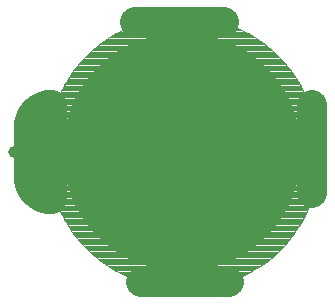
<source format=gbl>
G75*
%MOIN*%
%OFA0B0*%
%FSLAX25Y25*%
%IPPOS*%
%LPD*%
%AMOC8*
5,1,8,0,0,1.08239X$1,22.5*
%
%ADD10C,0.03962*%
%ADD11C,0.79787*%
%ADD12C,0.07087*%
%ADD13C,0.09843*%
%ADD14C,0.00394*%
D10*
X0009479Y0056138D03*
X0008987Y0056630D03*
X0008495Y0057122D03*
X0008003Y0057122D03*
X0007511Y0057122D03*
X0007019Y0057122D03*
X0006526Y0057122D03*
X0006034Y0057122D03*
X0005542Y0057122D03*
X0005050Y0057122D03*
D11*
X0061152Y0057122D03*
D12*
X0017845Y0057122D03*
X0017845Y0059091D03*
X0017845Y0061059D03*
X0017845Y0063028D03*
X0017845Y0064996D03*
X0017845Y0066965D03*
X0017845Y0068933D03*
X0017845Y0070902D03*
X0017845Y0072870D03*
X0017845Y0055154D03*
X0017845Y0053185D03*
X0017845Y0051217D03*
X0017845Y0049248D03*
X0017845Y0047280D03*
X0017845Y0045311D03*
X0017845Y0043343D03*
X0017845Y0041374D03*
X0047373Y0013815D03*
X0049341Y0013815D03*
X0051310Y0013815D03*
X0053278Y0013815D03*
X0055247Y0013815D03*
X0057215Y0013815D03*
X0059184Y0013815D03*
X0061152Y0013815D03*
X0063121Y0013815D03*
X0065089Y0013815D03*
X0067058Y0013815D03*
X0069026Y0013815D03*
X0070995Y0013815D03*
X0072963Y0013815D03*
X0074932Y0013815D03*
X0076900Y0013815D03*
X0104459Y0043343D03*
X0104459Y0045311D03*
X0104459Y0047280D03*
X0104459Y0049248D03*
X0104459Y0051217D03*
X0104459Y0053185D03*
X0104459Y0055154D03*
X0104459Y0057122D03*
X0104459Y0059091D03*
X0104459Y0061059D03*
X0104459Y0063028D03*
X0104459Y0064996D03*
X0104459Y0066965D03*
X0104459Y0068933D03*
X0104459Y0070902D03*
X0104459Y0072870D03*
X0074932Y0100429D03*
X0072963Y0100429D03*
X0070995Y0100429D03*
X0069026Y0100429D03*
X0067058Y0100429D03*
X0065089Y0100429D03*
X0063121Y0100429D03*
X0061152Y0100429D03*
X0059184Y0100429D03*
X0057215Y0100429D03*
X0055247Y0100429D03*
X0053278Y0100429D03*
X0051310Y0100429D03*
X0049341Y0100429D03*
X0047373Y0100429D03*
X0045404Y0100429D03*
D13*
X0074932Y0100429D01*
X0104459Y0072870D02*
X0104459Y0043343D01*
X0076900Y0013815D02*
X0047373Y0013815D01*
X0017845Y0041374D02*
X0017845Y0072870D01*
X0017655Y0072868D01*
X0017465Y0072861D01*
X0017275Y0072849D01*
X0017085Y0072833D01*
X0016896Y0072813D01*
X0016707Y0072787D01*
X0016519Y0072758D01*
X0016332Y0072723D01*
X0016146Y0072684D01*
X0015961Y0072641D01*
X0015776Y0072593D01*
X0015593Y0072541D01*
X0015412Y0072485D01*
X0015232Y0072424D01*
X0015053Y0072358D01*
X0014876Y0072289D01*
X0014700Y0072215D01*
X0014527Y0072137D01*
X0014355Y0072054D01*
X0014186Y0071968D01*
X0014018Y0071878D01*
X0013853Y0071783D01*
X0013690Y0071685D01*
X0013530Y0071582D01*
X0013372Y0071476D01*
X0013217Y0071366D01*
X0013064Y0071253D01*
X0012914Y0071135D01*
X0012768Y0071014D01*
X0012624Y0070890D01*
X0012483Y0070762D01*
X0012345Y0070631D01*
X0012210Y0070496D01*
X0012079Y0070358D01*
X0011951Y0070217D01*
X0011827Y0070073D01*
X0011706Y0069927D01*
X0011588Y0069777D01*
X0011475Y0069624D01*
X0011365Y0069469D01*
X0011259Y0069311D01*
X0011156Y0069151D01*
X0011058Y0068988D01*
X0010963Y0068823D01*
X0010873Y0068655D01*
X0010787Y0068486D01*
X0010704Y0068314D01*
X0010626Y0068141D01*
X0010552Y0067965D01*
X0010483Y0067788D01*
X0010417Y0067609D01*
X0010356Y0067429D01*
X0010300Y0067248D01*
X0010248Y0067065D01*
X0010200Y0066880D01*
X0010157Y0066695D01*
X0010118Y0066509D01*
X0010083Y0066322D01*
X0010054Y0066134D01*
X0010028Y0065945D01*
X0010008Y0065756D01*
X0009992Y0065566D01*
X0009980Y0065376D01*
X0009973Y0065186D01*
X0009971Y0064996D01*
X0009971Y0049248D01*
X0009973Y0049058D01*
X0009980Y0048868D01*
X0009992Y0048678D01*
X0010008Y0048488D01*
X0010028Y0048299D01*
X0010054Y0048110D01*
X0010083Y0047922D01*
X0010118Y0047735D01*
X0010157Y0047549D01*
X0010200Y0047364D01*
X0010248Y0047179D01*
X0010300Y0046996D01*
X0010356Y0046815D01*
X0010417Y0046635D01*
X0010483Y0046456D01*
X0010552Y0046279D01*
X0010626Y0046103D01*
X0010704Y0045930D01*
X0010787Y0045758D01*
X0010873Y0045589D01*
X0010963Y0045421D01*
X0011058Y0045256D01*
X0011156Y0045093D01*
X0011259Y0044933D01*
X0011365Y0044775D01*
X0011475Y0044620D01*
X0011588Y0044467D01*
X0011706Y0044317D01*
X0011827Y0044171D01*
X0011951Y0044027D01*
X0012079Y0043886D01*
X0012210Y0043748D01*
X0012345Y0043613D01*
X0012483Y0043482D01*
X0012624Y0043354D01*
X0012768Y0043230D01*
X0012914Y0043109D01*
X0013064Y0042991D01*
X0013217Y0042878D01*
X0013372Y0042768D01*
X0013530Y0042662D01*
X0013690Y0042559D01*
X0013853Y0042461D01*
X0014018Y0042366D01*
X0014186Y0042276D01*
X0014355Y0042190D01*
X0014527Y0042107D01*
X0014700Y0042029D01*
X0014876Y0041955D01*
X0015053Y0041886D01*
X0015232Y0041820D01*
X0015412Y0041759D01*
X0015593Y0041703D01*
X0015776Y0041651D01*
X0015961Y0041603D01*
X0016146Y0041560D01*
X0016332Y0041521D01*
X0016519Y0041486D01*
X0016707Y0041457D01*
X0016896Y0041431D01*
X0017085Y0041411D01*
X0017275Y0041395D01*
X0017465Y0041383D01*
X0017655Y0041376D01*
X0017845Y0041374D01*
D14*
X0024524Y0030510D02*
X0027506Y0026827D01*
X0030857Y0023476D01*
X0034540Y0020493D01*
X0038515Y0017912D01*
X0042737Y0015761D01*
X0047161Y0014062D01*
X0051739Y0012836D01*
X0056420Y0012094D01*
X0061152Y0011846D01*
X0063121Y0011846D01*
X0067648Y0012084D01*
X0072125Y0012793D01*
X0076503Y0013966D01*
X0080735Y0015591D01*
X0084774Y0017649D01*
X0088576Y0020117D01*
X0092099Y0022970D01*
X0095304Y0026175D01*
X0098157Y0029698D01*
X0100626Y0033500D01*
X0102684Y0037539D01*
X0104308Y0041771D01*
X0105482Y0046149D01*
X0106191Y0050627D01*
X0106428Y0055154D01*
X0106428Y0057122D01*
X0106180Y0061855D01*
X0105439Y0066535D01*
X0104212Y0071113D01*
X0102514Y0075537D01*
X0100362Y0079760D01*
X0097781Y0083734D01*
X0094799Y0087417D01*
X0091448Y0090768D01*
X0087765Y0093751D01*
X0083790Y0096332D01*
X0079568Y0098483D01*
X0075143Y0100182D01*
X0070566Y0101408D01*
X0065885Y0102150D01*
X0061152Y0102398D01*
X0056420Y0102150D01*
X0051739Y0101408D01*
X0047161Y0100182D01*
X0042737Y0098483D01*
X0038515Y0096332D01*
X0034540Y0093751D01*
X0030857Y0090768D01*
X0027506Y0087417D01*
X0024524Y0083734D01*
X0021943Y0079760D01*
X0019791Y0075537D01*
X0018093Y0071113D01*
X0016866Y0066535D01*
X0016125Y0061855D01*
X0015877Y0057122D01*
X0016125Y0052389D01*
X0016866Y0047709D01*
X0018093Y0043131D01*
X0019791Y0038707D01*
X0021943Y0034484D01*
X0024524Y0030510D01*
X0024442Y0030635D02*
X0098766Y0030635D01*
X0098511Y0030243D02*
X0024739Y0030243D01*
X0025057Y0029851D02*
X0098256Y0029851D01*
X0097963Y0029459D02*
X0025375Y0029459D01*
X0025692Y0029067D02*
X0097645Y0029067D01*
X0097328Y0028674D02*
X0026010Y0028674D01*
X0026327Y0028282D02*
X0097010Y0028282D01*
X0096693Y0027890D02*
X0026645Y0027890D01*
X0026963Y0027498D02*
X0096375Y0027498D01*
X0096057Y0027106D02*
X0027280Y0027106D01*
X0027620Y0026713D02*
X0095740Y0026713D01*
X0095422Y0026321D02*
X0028012Y0026321D01*
X0028404Y0025929D02*
X0095058Y0025929D01*
X0094666Y0025537D02*
X0028796Y0025537D01*
X0029188Y0025144D02*
X0094273Y0025144D01*
X0093881Y0024752D02*
X0029581Y0024752D01*
X0029973Y0024360D02*
X0093489Y0024360D01*
X0093097Y0023968D02*
X0030365Y0023968D01*
X0030757Y0023576D02*
X0092704Y0023576D01*
X0092312Y0023183D02*
X0031218Y0023183D01*
X0031702Y0022791D02*
X0091878Y0022791D01*
X0091394Y0022399D02*
X0032187Y0022399D01*
X0032671Y0022007D02*
X0090909Y0022007D01*
X0090425Y0021615D02*
X0033155Y0021615D01*
X0033640Y0021222D02*
X0089941Y0021222D01*
X0089456Y0020830D02*
X0034124Y0020830D01*
X0034625Y0020438D02*
X0088972Y0020438D01*
X0088466Y0020046D02*
X0035229Y0020046D01*
X0035833Y0019653D02*
X0087862Y0019653D01*
X0087258Y0019261D02*
X0036437Y0019261D01*
X0037041Y0018869D02*
X0086654Y0018869D01*
X0086050Y0018477D02*
X0037645Y0018477D01*
X0038249Y0018085D02*
X0085446Y0018085D01*
X0084842Y0017692D02*
X0038946Y0017692D01*
X0039716Y0017300D02*
X0084091Y0017300D01*
X0083321Y0016908D02*
X0040486Y0016908D01*
X0041255Y0016516D02*
X0082551Y0016516D01*
X0081782Y0016124D02*
X0042025Y0016124D01*
X0042814Y0015731D02*
X0081012Y0015731D01*
X0080081Y0015339D02*
X0043835Y0015339D01*
X0044857Y0014947D02*
X0079059Y0014947D01*
X0078037Y0014555D02*
X0045879Y0014555D01*
X0046901Y0014163D02*
X0077015Y0014163D01*
X0075773Y0013770D02*
X0048252Y0013770D01*
X0049715Y0013378D02*
X0074309Y0013378D01*
X0072845Y0012986D02*
X0051179Y0012986D01*
X0053268Y0012594D02*
X0070868Y0012594D01*
X0068391Y0012201D02*
X0055744Y0012201D01*
X0024187Y0031028D02*
X0099020Y0031028D01*
X0099275Y0031420D02*
X0023933Y0031420D01*
X0023678Y0031812D02*
X0099530Y0031812D01*
X0099784Y0032204D02*
X0023423Y0032204D01*
X0023168Y0032596D02*
X0100039Y0032596D01*
X0100294Y0032989D02*
X0022914Y0032989D01*
X0022659Y0033381D02*
X0100549Y0033381D01*
X0100765Y0033773D02*
X0022404Y0033773D01*
X0022150Y0034165D02*
X0100965Y0034165D01*
X0101165Y0034558D02*
X0021905Y0034558D01*
X0021705Y0034950D02*
X0101365Y0034950D01*
X0101564Y0035342D02*
X0021506Y0035342D01*
X0021306Y0035734D02*
X0101764Y0035734D01*
X0101964Y0036126D02*
X0021106Y0036126D01*
X0020906Y0036519D02*
X0102164Y0036519D01*
X0102364Y0036911D02*
X0020706Y0036911D01*
X0020506Y0037303D02*
X0102564Y0037303D01*
X0102744Y0037695D02*
X0020306Y0037695D01*
X0020107Y0038087D02*
X0102894Y0038087D01*
X0103045Y0038480D02*
X0019907Y0038480D01*
X0019728Y0038872D02*
X0103196Y0038872D01*
X0103346Y0039264D02*
X0019577Y0039264D01*
X0019427Y0039656D02*
X0103497Y0039656D01*
X0103647Y0040049D02*
X0019276Y0040049D01*
X0019125Y0040441D02*
X0103798Y0040441D01*
X0103948Y0040833D02*
X0018975Y0040833D01*
X0018824Y0041225D02*
X0104099Y0041225D01*
X0104249Y0041617D02*
X0018674Y0041617D01*
X0018523Y0042010D02*
X0104372Y0042010D01*
X0104477Y0042402D02*
X0018373Y0042402D01*
X0018222Y0042794D02*
X0104582Y0042794D01*
X0104688Y0043186D02*
X0018078Y0043186D01*
X0017973Y0043578D02*
X0104793Y0043578D01*
X0104898Y0043971D02*
X0017868Y0043971D01*
X0017763Y0044363D02*
X0105003Y0044363D01*
X0105108Y0044755D02*
X0017658Y0044755D01*
X0017552Y0045147D02*
X0105213Y0045147D01*
X0105318Y0045539D02*
X0017447Y0045539D01*
X0017342Y0045932D02*
X0105423Y0045932D01*
X0105509Y0046324D02*
X0017237Y0046324D01*
X0017132Y0046716D02*
X0105571Y0046716D01*
X0105633Y0047108D02*
X0017027Y0047108D01*
X0016922Y0047501D02*
X0105696Y0047501D01*
X0105758Y0047893D02*
X0016837Y0047893D01*
X0016775Y0048285D02*
X0105820Y0048285D01*
X0105882Y0048677D02*
X0016713Y0048677D01*
X0016651Y0049069D02*
X0105944Y0049069D01*
X0106006Y0049462D02*
X0016589Y0049462D01*
X0016526Y0049854D02*
X0106068Y0049854D01*
X0106130Y0050246D02*
X0016464Y0050246D01*
X0016402Y0050638D02*
X0106191Y0050638D01*
X0106212Y0051030D02*
X0016340Y0051030D01*
X0016278Y0051423D02*
X0106232Y0051423D01*
X0106253Y0051815D02*
X0016216Y0051815D01*
X0016154Y0052207D02*
X0106274Y0052207D01*
X0106294Y0052599D02*
X0016114Y0052599D01*
X0016093Y0052992D02*
X0106315Y0052992D01*
X0106335Y0053384D02*
X0016073Y0053384D01*
X0016052Y0053776D02*
X0106356Y0053776D01*
X0106376Y0054168D02*
X0016032Y0054168D01*
X0016011Y0054560D02*
X0106397Y0054560D01*
X0106417Y0054953D02*
X0015990Y0054953D01*
X0015970Y0055345D02*
X0106428Y0055345D01*
X0106428Y0055737D02*
X0015949Y0055737D01*
X0015929Y0056129D02*
X0106428Y0056129D01*
X0106428Y0056521D02*
X0015908Y0056521D01*
X0015888Y0056914D02*
X0106428Y0056914D01*
X0106418Y0057306D02*
X0015886Y0057306D01*
X0015907Y0057698D02*
X0106398Y0057698D01*
X0106377Y0058090D02*
X0015928Y0058090D01*
X0015948Y0058482D02*
X0106357Y0058482D01*
X0106336Y0058875D02*
X0015969Y0058875D01*
X0015989Y0059267D02*
X0106316Y0059267D01*
X0106295Y0059659D02*
X0016010Y0059659D01*
X0016030Y0060051D02*
X0106274Y0060051D01*
X0106254Y0060444D02*
X0016051Y0060444D01*
X0016071Y0060836D02*
X0106233Y0060836D01*
X0106213Y0061228D02*
X0016092Y0061228D01*
X0016112Y0061620D02*
X0106192Y0061620D01*
X0106155Y0062012D02*
X0016150Y0062012D01*
X0016212Y0062405D02*
X0106093Y0062405D01*
X0106031Y0062797D02*
X0016274Y0062797D01*
X0016336Y0063189D02*
X0105969Y0063189D01*
X0105906Y0063581D02*
X0016398Y0063581D01*
X0016460Y0063973D02*
X0105844Y0063973D01*
X0105782Y0064366D02*
X0016522Y0064366D01*
X0016585Y0064758D02*
X0105720Y0064758D01*
X0105658Y0065150D02*
X0016647Y0065150D01*
X0016709Y0065542D02*
X0105596Y0065542D01*
X0105534Y0065935D02*
X0016771Y0065935D01*
X0016833Y0066327D02*
X0105472Y0066327D01*
X0105389Y0066719D02*
X0016915Y0066719D01*
X0017020Y0067111D02*
X0105284Y0067111D01*
X0105179Y0067503D02*
X0017126Y0067503D01*
X0017231Y0067896D02*
X0105074Y0067896D01*
X0104969Y0068288D02*
X0017336Y0068288D01*
X0017441Y0068680D02*
X0104864Y0068680D01*
X0104759Y0069072D02*
X0017546Y0069072D01*
X0017651Y0069464D02*
X0104654Y0069464D01*
X0104549Y0069857D02*
X0017756Y0069857D01*
X0017861Y0070249D02*
X0104444Y0070249D01*
X0104338Y0070641D02*
X0017966Y0070641D01*
X0018071Y0071033D02*
X0104233Y0071033D01*
X0104092Y0071425D02*
X0018213Y0071425D01*
X0018363Y0071818D02*
X0103941Y0071818D01*
X0103791Y0072210D02*
X0018514Y0072210D01*
X0018664Y0072602D02*
X0103640Y0072602D01*
X0103490Y0072994D02*
X0018815Y0072994D01*
X0018965Y0073387D02*
X0103339Y0073387D01*
X0103189Y0073779D02*
X0019116Y0073779D01*
X0019267Y0074171D02*
X0103038Y0074171D01*
X0102888Y0074563D02*
X0019417Y0074563D01*
X0019568Y0074955D02*
X0102737Y0074955D01*
X0102586Y0075348D02*
X0019718Y0075348D01*
X0019894Y0075740D02*
X0102410Y0075740D01*
X0102211Y0076132D02*
X0020094Y0076132D01*
X0020294Y0076524D02*
X0102011Y0076524D01*
X0101811Y0076916D02*
X0020494Y0076916D01*
X0020694Y0077309D02*
X0101611Y0077309D01*
X0101411Y0077701D02*
X0020893Y0077701D01*
X0021093Y0078093D02*
X0101211Y0078093D01*
X0101012Y0078485D02*
X0021293Y0078485D01*
X0021493Y0078878D02*
X0100812Y0078878D01*
X0100612Y0079270D02*
X0021693Y0079270D01*
X0021893Y0079662D02*
X0100412Y0079662D01*
X0100171Y0080054D02*
X0022134Y0080054D01*
X0022388Y0080446D02*
X0099916Y0080446D01*
X0099662Y0080839D02*
X0022643Y0080839D01*
X0022898Y0081231D02*
X0099407Y0081231D01*
X0099152Y0081623D02*
X0023152Y0081623D01*
X0023407Y0082015D02*
X0098898Y0082015D01*
X0098643Y0082407D02*
X0023662Y0082407D01*
X0023917Y0082800D02*
X0098388Y0082800D01*
X0098133Y0083192D02*
X0024171Y0083192D01*
X0024426Y0083584D02*
X0097879Y0083584D01*
X0097585Y0083976D02*
X0024720Y0083976D01*
X0025037Y0084368D02*
X0097268Y0084368D01*
X0096950Y0084761D02*
X0025355Y0084761D01*
X0025672Y0085153D02*
X0096632Y0085153D01*
X0096315Y0085545D02*
X0025990Y0085545D01*
X0026308Y0085937D02*
X0095997Y0085937D01*
X0095680Y0086330D02*
X0026625Y0086330D01*
X0026943Y0086722D02*
X0095362Y0086722D01*
X0095044Y0087114D02*
X0027260Y0087114D01*
X0027595Y0087506D02*
X0094710Y0087506D01*
X0094318Y0087898D02*
X0027987Y0087898D01*
X0028379Y0088291D02*
X0093925Y0088291D01*
X0093533Y0088683D02*
X0028772Y0088683D01*
X0029164Y0089075D02*
X0093141Y0089075D01*
X0092749Y0089467D02*
X0029556Y0089467D01*
X0029948Y0089859D02*
X0092357Y0089859D01*
X0091964Y0090252D02*
X0030340Y0090252D01*
X0030733Y0090644D02*
X0091572Y0090644D01*
X0091117Y0091036D02*
X0031188Y0091036D01*
X0031672Y0091428D02*
X0090633Y0091428D01*
X0090148Y0091821D02*
X0032156Y0091821D01*
X0032641Y0092213D02*
X0089664Y0092213D01*
X0089180Y0092605D02*
X0033125Y0092605D01*
X0033609Y0092997D02*
X0088695Y0092997D01*
X0088211Y0093389D02*
X0034094Y0093389D01*
X0034587Y0093782D02*
X0087717Y0093782D01*
X0087113Y0094174D02*
X0035191Y0094174D01*
X0035795Y0094566D02*
X0086509Y0094566D01*
X0085905Y0094958D02*
X0036399Y0094958D01*
X0037003Y0095350D02*
X0085301Y0095350D01*
X0084697Y0095743D02*
X0037607Y0095743D01*
X0038211Y0096135D02*
X0084094Y0096135D01*
X0083407Y0096527D02*
X0038898Y0096527D01*
X0039667Y0096919D02*
X0082637Y0096919D01*
X0081868Y0097311D02*
X0040437Y0097311D01*
X0041207Y0097704D02*
X0081098Y0097704D01*
X0080328Y0098096D02*
X0041977Y0098096D01*
X0042750Y0098488D02*
X0079555Y0098488D01*
X0078533Y0098880D02*
X0043771Y0098880D01*
X0044793Y0099273D02*
X0077512Y0099273D01*
X0076490Y0099665D02*
X0045815Y0099665D01*
X0046836Y0100057D02*
X0075468Y0100057D01*
X0074145Y0100449D02*
X0048160Y0100449D01*
X0049623Y0100841D02*
X0072681Y0100841D01*
X0071218Y0101234D02*
X0051087Y0101234D01*
X0053113Y0101626D02*
X0069192Y0101626D01*
X0066716Y0102018D02*
X0055589Y0102018D01*
M02*

</source>
